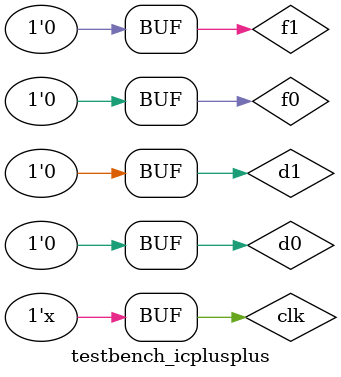
<source format=v>
`timescale 1ns / 1ps

module testbench_icplusplus;

	// Inputs
	reg d0;
	reg f0;
	reg d1;
	reg f1;
	reg clk;

	// Outputs
	wire q0;
	wire q1;
	wire y;

	// Instantiate the Unit Under Test (UUT)
	ic1500 uut (
		.d0(d0), 
		.f0(f0), 
		.d1(d1), 
		.f1(f1), 
		.clk(clk), 
		.q0(q0), 
		.q1(q1), 
		.y(y)
	);
    // At 5, 15, 25, .. clk will change 1->0 
    // At 10, 20, 30, .. clk will change 0->1
    initial clk = 1;
	always #5 clk = ~clk;
    
	initial begin
		// Initialize Inputs
		d0 = 0;
		f0 = 0;
		d1 = 0;
		f1 = 0;

		// Wait 5 ns for global reset to finish
		#5;
        
		// Add stimulus here
		
	end
      
endmodule



</source>
